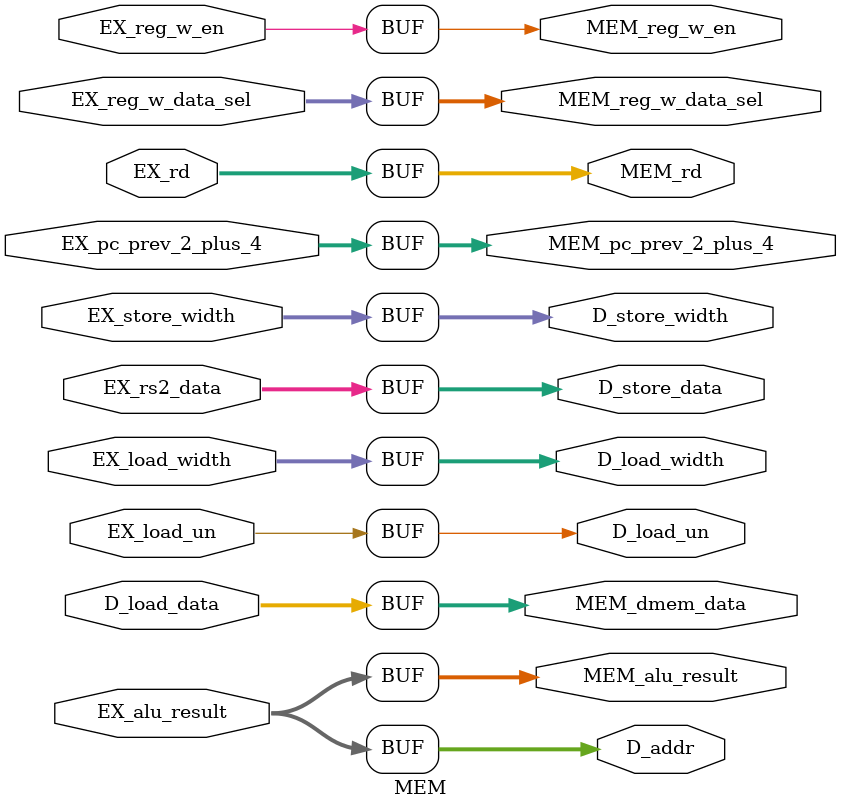
<source format=v>
`timescale 1ns / 1ps


module MEM(
    input [31:0] EX_alu_result,
    input EX_reg_w_en,
    input [1:0] EX_reg_w_data_sel,
    input [1:0] EX_store_width,
    input [1:0] EX_load_width,
    input EX_load_un,
    input [31:0] EX_pc_prev_2_plus_4,
    input [4:0] EX_rd,
    input [31:0] EX_rs2_data,

    // interface with data memory
    output [31:0] D_addr,
    output [31:0] D_store_data,
    output [1:0] D_store_width,
    output [1:0] D_load_width,
    output D_load_un,
    input [31:0] D_load_data,

    output MEM_reg_w_en,
    output [1:0] MEM_reg_w_data_sel,
    output [31:0] MEM_pc_prev_2_plus_4,
    output [4:0] MEM_rd,
    output [31:0] MEM_dmem_data,
    output [31:0] MEM_alu_result
    );

    assign D_addr = EX_alu_result;
    assign D_store_data = EX_rs2_data;
    assign D_store_width = EX_store_width;
    assign D_load_width = EX_load_width;
    assign D_load_un = EX_load_un;
    assign MEM_reg_w_en = EX_reg_w_en;
    assign MEM_reg_w_data_sel = EX_reg_w_data_sel;
    assign MEM_pc_prev_2_plus_4 = EX_pc_prev_2_plus_4;
    assign MEM_rd = EX_rd;
    assign MEM_dmem_data = D_load_data;
    assign MEM_alu_result = EX_alu_result;
endmodule

</source>
